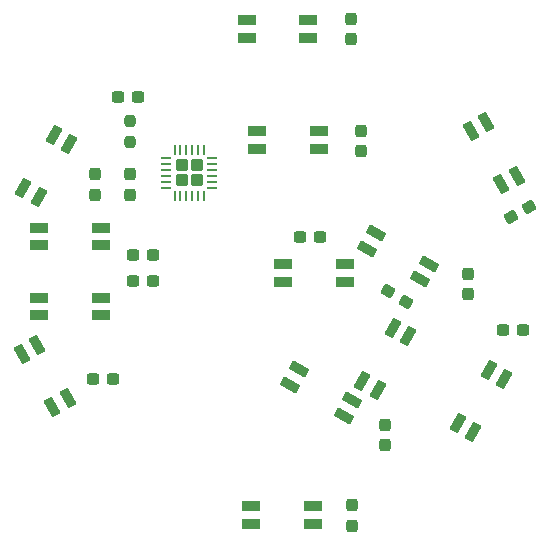
<source format=gbr>
%TF.GenerationSoftware,KiCad,Pcbnew,8.0.8*%
%TF.CreationDate,2025-04-07T13:45:20-04:00*%
%TF.ProjectId,pcb_tile_game_tile_ssa,7063625f-7469-46c6-955f-67616d655f74,1.0*%
%TF.SameCoordinates,Original*%
%TF.FileFunction,Paste,Top*%
%TF.FilePolarity,Positive*%
%FSLAX46Y46*%
G04 Gerber Fmt 4.6, Leading zero omitted, Abs format (unit mm)*
G04 Created by KiCad (PCBNEW 8.0.8) date 2025-04-07 13:45:20*
%MOMM*%
%LPD*%
G01*
G04 APERTURE LIST*
G04 Aperture macros list*
%AMRoundRect*
0 Rectangle with rounded corners*
0 $1 Rounding radius*
0 $2 $3 $4 $5 $6 $7 $8 $9 X,Y pos of 4 corners*
0 Add a 4 corners polygon primitive as box body*
4,1,4,$2,$3,$4,$5,$6,$7,$8,$9,$2,$3,0*
0 Add four circle primitives for the rounded corners*
1,1,$1+$1,$2,$3*
1,1,$1+$1,$4,$5*
1,1,$1+$1,$6,$7*
1,1,$1+$1,$8,$9*
0 Add four rect primitives between the rounded corners*
20,1,$1+$1,$2,$3,$4,$5,0*
20,1,$1+$1,$4,$5,$6,$7,0*
20,1,$1+$1,$6,$7,$8,$9,0*
20,1,$1+$1,$8,$9,$2,$3,0*%
G04 Aperture macros list end*
%ADD10RoundRect,0.237500X0.237500X-0.300000X0.237500X0.300000X-0.237500X0.300000X-0.237500X-0.300000X0*%
%ADD11RoundRect,0.237500X0.300000X0.237500X-0.300000X0.237500X-0.300000X-0.237500X0.300000X-0.237500X0*%
%ADD12RoundRect,0.237500X-0.237500X0.250000X-0.237500X-0.250000X0.237500X-0.250000X0.237500X0.250000X0*%
%ADD13RoundRect,0.237500X-0.378558X-0.055681X0.141058X-0.355681X0.378558X0.055681X-0.141058X0.355681X0*%
%ADD14RoundRect,0.237500X-0.300000X-0.237500X0.300000X-0.237500X0.300000X0.237500X-0.300000X0.237500X0*%
%ADD15RoundRect,0.237500X-0.141058X-0.355681X0.378558X-0.055681X0.141058X0.355681X-0.378558X0.055681X0*%
%ADD16RoundRect,0.250000X-0.275000X-0.275000X0.275000X-0.275000X0.275000X0.275000X-0.275000X0.275000X0*%
%ADD17RoundRect,0.062500X-0.350000X-0.062500X0.350000X-0.062500X0.350000X0.062500X-0.350000X0.062500X0*%
%ADD18RoundRect,0.062500X-0.062500X-0.350000X0.062500X-0.350000X0.062500X0.350000X-0.062500X0.350000X0*%
%ADD19RoundRect,0.082000X-0.457806X0.643056X-0.785806X0.074944X0.457806X-0.643056X0.785806X-0.074944X0*%
%ADD20RoundRect,0.082000X-0.718000X0.328000X-0.718000X-0.328000X0.718000X-0.328000X0.718000X0.328000X0*%
%ADD21RoundRect,0.082000X-0.643056X-0.457806X-0.074944X-0.785806X0.643056X0.457806X0.074944X0.785806X0*%
%ADD22RoundRect,0.082000X-0.074944X0.785806X-0.643056X0.457806X0.074944X-0.785806X0.643056X-0.457806X0*%
G04 APERTURE END LIST*
D10*
%TO.C,C2*%
X149260000Y-94900000D03*
X149260000Y-93175000D03*
%TD*%
D11*
%TO.C,C12*%
X129660000Y-78800000D03*
X127935000Y-78800002D03*
%TD*%
D10*
%TO.C,C3*%
X156260000Y-82125000D03*
X156260000Y-80400000D03*
%TD*%
D12*
%TO.C,R1*%
X127710000Y-67437500D03*
X127710000Y-69262500D03*
%TD*%
D10*
%TO.C,C8*%
X147260000Y-70000000D03*
X147260000Y-68275000D03*
%TD*%
%TO.C,C15*%
X127710000Y-73712500D03*
X127710000Y-71987500D03*
%TD*%
D13*
%TO.C,C6*%
X149560000Y-81900000D03*
X151053894Y-82762500D03*
%TD*%
D11*
%TO.C,C13*%
X128385000Y-65400002D03*
X126660000Y-65400000D03*
%TD*%
D10*
%TO.C,C9*%
X146360000Y-60525000D03*
X146360000Y-58800000D03*
%TD*%
D11*
%TO.C,C11*%
X129622500Y-81000000D03*
X127897500Y-81000000D03*
%TD*%
%TO.C,C5*%
X160960000Y-85200000D03*
X159235000Y-85200000D03*
%TD*%
D10*
%TO.C,C1*%
X146460000Y-101725000D03*
X146460000Y-100000000D03*
%TD*%
D14*
%TO.C,C7*%
X142060000Y-77300000D03*
X143785000Y-77300000D03*
%TD*%
D15*
%TO.C,C4*%
X159960000Y-75600000D03*
X161453894Y-74737500D03*
%TD*%
D16*
%TO.C,U2*%
X132060000Y-71200000D03*
X132060000Y-72500000D03*
X133360000Y-71200000D03*
X133360000Y-72500000D03*
D17*
X130772500Y-70600000D03*
X130772500Y-71100000D03*
X130772500Y-71600000D03*
X130772500Y-72100000D03*
X130772500Y-72600000D03*
X130772500Y-73100000D03*
D18*
X131460000Y-73787500D03*
X131960000Y-73787500D03*
X132460000Y-73787500D03*
X132960000Y-73787500D03*
X133460000Y-73787500D03*
X133960000Y-73787500D03*
D17*
X134647500Y-73100000D03*
X134647500Y-72600000D03*
X134647500Y-72100000D03*
X134647500Y-71600000D03*
X134647500Y-71100000D03*
X134647500Y-70600000D03*
D18*
X133960000Y-69912500D03*
X133460000Y-69912500D03*
X132960000Y-69912500D03*
X132460000Y-69912500D03*
X131960000Y-69912500D03*
X131460000Y-69912500D03*
%TD*%
D10*
%TO.C,C14*%
X124710000Y-73712500D03*
X124710000Y-71987500D03*
%TD*%
D11*
%TO.C,C10*%
X126260000Y-89300000D03*
X124535000Y-89300000D03*
%TD*%
D19*
%TO.C,LED2*%
X146514780Y-91100961D03*
X145764780Y-92400000D03*
X141261448Y-89800000D03*
X142011448Y-88500961D03*
%TD*%
D20*
%TO.C,LED11*%
X125210000Y-82430000D03*
X125210000Y-83930000D03*
X120010000Y-83930000D03*
X120010000Y-82430000D03*
%TD*%
%TO.C,LED8*%
X143660002Y-68299999D03*
X143660000Y-69800000D03*
X138460001Y-69799999D03*
X138460000Y-68300000D03*
%TD*%
%TO.C,LED9*%
X142760000Y-58900000D03*
X142760000Y-60400000D03*
X137560000Y-60400000D03*
X137560000Y-58900000D03*
%TD*%
%TO.C,LED1*%
X143160000Y-100100000D03*
X143160000Y-101600000D03*
X137960000Y-101600000D03*
X137960000Y-100100000D03*
%TD*%
D19*
%TO.C,LED3*%
X153002876Y-79569974D03*
X152252876Y-80869013D03*
X147749544Y-78269013D03*
X148499544Y-76969974D03*
%TD*%
D21*
%TO.C,LED5*%
X158060961Y-88550000D03*
X159360000Y-89300000D03*
X156760000Y-93803332D03*
X155460961Y-93053331D03*
%TD*%
%TO.C,LED13*%
X121250961Y-68670000D03*
X122550000Y-69420000D03*
X119950000Y-73923332D03*
X118650961Y-73173332D03*
%TD*%
%TO.C,LED6*%
X149960961Y-84950000D03*
X151260000Y-85700000D03*
X148660000Y-90203332D03*
X147360961Y-89453332D03*
%TD*%
D22*
%TO.C,LED10*%
X122410000Y-90940000D03*
X121110961Y-91690000D03*
X118510961Y-87186668D03*
X119810000Y-86436668D03*
%TD*%
%TO.C,LED4*%
X160430320Y-72080266D03*
X159131281Y-72830266D03*
X156531281Y-68326934D03*
X157830320Y-67576934D03*
%TD*%
D20*
%TO.C,LED7*%
X145860000Y-79600000D03*
X145860000Y-81100000D03*
X140660000Y-81100000D03*
X140660000Y-79600000D03*
%TD*%
%TO.C,LED12*%
X125210000Y-76490000D03*
X125210000Y-77990000D03*
X120010000Y-77990000D03*
X120010000Y-76490000D03*
%TD*%
M02*

</source>
